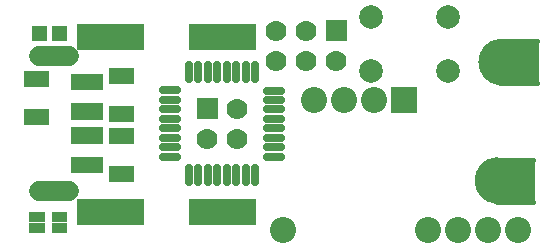
<source format=gts>
G04 Layer: TopSolderMaskLayer*
G04 EasyEDA v6.3.53, 2020-06-17T01:54:55+02:00*
G04 e9d571a3f1504c91a96fab9e56f28b91,9eabfb72a9474bef872f988307f0334b,10*
G04 Gerber Generator version 0.2*
G04 Scale: 100 percent, Rotated: No, Reflected: No *
G04 Dimensions in millimeters *
G04 leading zeros omitted , absolute positions ,3 integer and 3 decimal *
%FSLAX33Y33*%
%MOMM*%
G90*
G71D02*

%ADD12C,0.381000*%
%ADD36C,1.703197*%
%ADD37C,0.653212*%
%ADD41C,2.203196*%
%ADD43C,1.778000*%
%ADD47C,2.003196*%
%ADD49C,1.727200*%

%LPD*%
G54D12*
G01X43787Y69442D02*
G01X40678Y69442D01*
G01X40678Y72998D02*
G01X43787Y72998D01*
G01X40997Y83031D02*
G01X44107Y83031D01*
G01X44107Y79475D02*
G01X40997Y79475D01*
G54D36*
G01X4460Y81746D02*
G01X1960Y81746D01*
G01X4460Y70346D02*
G01X1960Y70346D01*
G54D37*
G01X12455Y73252D02*
G01X13655Y73252D01*
G01X12455Y74053D02*
G01X13655Y74053D01*
G01X12455Y74853D02*
G01X13655Y74853D01*
G01X12455Y75653D02*
G01X13655Y75653D01*
G01X12455Y76450D02*
G01X13655Y76450D01*
G01X12455Y77250D02*
G01X13655Y77250D01*
G01X12455Y78051D02*
G01X13655Y78051D01*
G01X12455Y78851D02*
G01X13655Y78851D01*
G01X14630Y79815D02*
G01X14630Y81015D01*
G01X15430Y79815D02*
G01X15430Y81015D01*
G01X16230Y79815D02*
G01X16230Y81015D01*
G01X17030Y79815D02*
G01X17030Y81015D01*
G01X17828Y79815D02*
G01X17828Y81015D01*
G01X18628Y79815D02*
G01X18628Y81015D01*
G01X19428Y79815D02*
G01X19428Y81015D01*
G01X20228Y79815D02*
G01X20228Y81015D01*
G01X21218Y78840D02*
G01X22418Y78840D01*
G01X21218Y78040D02*
G01X22418Y78040D01*
G01X21218Y77240D02*
G01X22418Y77240D01*
G01X21218Y76440D02*
G01X22418Y76440D01*
G01X21218Y75643D02*
G01X22418Y75643D01*
G01X21218Y74843D02*
G01X22418Y74843D01*
G01X21218Y74042D02*
G01X22418Y74042D01*
G01X21218Y73242D02*
G01X22418Y73242D01*
G01X20218Y71078D02*
G01X20218Y72278D01*
G01X19418Y71078D02*
G01X19418Y72278D01*
G01X18618Y71078D02*
G01X18618Y72278D01*
G01X17818Y71078D02*
G01X17818Y72278D01*
G01X17020Y71078D02*
G01X17020Y72278D01*
G01X16220Y71078D02*
G01X16220Y72278D01*
G01X15420Y71078D02*
G01X15420Y72278D01*
G01X14620Y71078D02*
G01X14620Y72278D01*
G36*
G01X3002Y67713D02*
G01X3002Y68515D01*
G01X4307Y68515D01*
G01X4307Y67713D01*
G01X3002Y67713D01*
G37*
G36*
G01X3002Y66814D02*
G01X3002Y67616D01*
G01X4307Y67616D01*
G01X4307Y66814D01*
G01X3002Y66814D01*
G37*
G36*
G01X1102Y67713D02*
G01X1102Y68515D01*
G01X2407Y68515D01*
G01X2407Y67713D01*
G01X1102Y67713D01*
G37*
G36*
G01X1102Y66814D02*
G01X1102Y67616D01*
G01X2407Y67616D01*
G01X2407Y66814D01*
G01X1102Y66814D01*
G37*
G36*
G01X4658Y71845D02*
G01X4658Y73247D01*
G01X7360Y73247D01*
G01X7360Y71845D01*
G01X4658Y71845D01*
G37*
G36*
G01X4658Y74345D02*
G01X4658Y75747D01*
G01X7360Y75747D01*
G01X7360Y74345D01*
G01X4658Y74345D01*
G37*
G36*
G01X4658Y76344D02*
G01X4658Y77748D01*
G01X7360Y77748D01*
G01X7360Y76344D01*
G01X4658Y76344D01*
G37*
G36*
G01X4658Y78846D02*
G01X4658Y80248D01*
G01X7360Y80248D01*
G01X7360Y78846D01*
G01X4658Y78846D01*
G37*
G54D41*
G01X42509Y67029D03*
G01X39969Y67029D03*
G01X37429Y67029D03*
G01X34889Y67029D03*
G01X22589Y67029D03*
G01X25184Y78078D03*
G01X27724Y78078D03*
G01X30264Y78078D03*
G36*
G01X31701Y76976D02*
G01X31701Y79181D01*
G01X33906Y79181D01*
G01X33906Y76976D01*
G01X31701Y76976D01*
G37*
G54D43*
G01X22009Y81380D03*
G01X22009Y83920D03*
G01X24549Y81380D03*
G01X24549Y83920D03*
G01X27089Y81380D03*
G36*
G01X26200Y83031D02*
G01X26200Y84809D01*
G01X27978Y84809D01*
G01X27978Y83031D01*
G01X26200Y83031D01*
G37*
G36*
G01X7876Y76158D02*
G01X7876Y77560D01*
G01X9979Y77560D01*
G01X9979Y76158D01*
G01X7876Y76158D01*
G37*
G36*
G01X7876Y79359D02*
G01X7876Y80761D01*
G01X9979Y80761D01*
G01X9979Y79359D01*
G01X7876Y79359D01*
G37*
G36*
G01X7876Y74279D02*
G01X7876Y75681D01*
G01X9979Y75681D01*
G01X9979Y74279D01*
G01X7876Y74279D01*
G37*
G36*
G01X7876Y71078D02*
G01X7876Y72480D01*
G01X9979Y72480D01*
G01X9979Y71078D01*
G01X7876Y71078D01*
G37*
G36*
G01X637Y79105D02*
G01X637Y80507D01*
G01X2740Y80507D01*
G01X2740Y79105D01*
G01X637Y79105D01*
G37*
G36*
G01X637Y75904D02*
G01X637Y77306D01*
G01X2740Y77306D01*
G01X2740Y75904D01*
G01X637Y75904D01*
G37*
G36*
G01X1333Y83070D02*
G01X1333Y84263D01*
G01X2628Y84263D01*
G01X2628Y83070D01*
G01X1333Y83070D01*
G37*
G36*
G01X3035Y83070D02*
G01X3035Y84263D01*
G01X4330Y84263D01*
G01X4330Y83070D01*
G01X3035Y83070D01*
G37*
G54D47*
G01X36562Y80528D03*
G01X30062Y80528D03*
G01X36562Y85027D03*
G01X30062Y85027D03*
G36*
G01X14635Y82310D02*
G01X14635Y84515D01*
G01X20340Y84515D01*
G01X20340Y82310D01*
G01X14635Y82310D01*
G37*
G36*
G01X5135Y82310D02*
G01X5135Y84515D01*
G01X10840Y84515D01*
G01X10840Y82310D01*
G01X5135Y82310D01*
G37*
G36*
G01X5135Y67451D02*
G01X5135Y69656D01*
G01X10840Y69656D01*
G01X10840Y67451D01*
G01X5135Y67451D01*
G37*
G36*
G01X14635Y67451D02*
G01X14635Y69656D01*
G01X20340Y69656D01*
G01X20340Y67451D01*
G01X14635Y67451D01*
G37*
G54D49*
G01X40932Y81253D03*
G01X40551Y71220D03*
G36*
G01X15278Y76427D02*
G01X15278Y78205D01*
G01X17056Y78205D01*
G01X17056Y76427D01*
G01X15278Y76427D01*
G37*
G54D43*
G01X18707Y77316D03*
G01X16167Y74776D03*
G01X18707Y74776D03*
G54D12*
G75*
G01X40998Y83032D02*
G03X40998Y79476I127J-1778D01*
G01*
G75*
G01X40678Y72999D02*
G03X40678Y69443I127J-1778D01*
G01*

%LPD*%
G36*
G01X44234Y83031D02*
G01X40424Y83031D01*
G01X39789Y82396D01*
G01X39789Y82269D01*
G01X39535Y82015D01*
G01X39535Y81761D01*
G01X39408Y81634D01*
G01X39408Y80491D01*
G01X40170Y79729D01*
G01X40297Y79729D01*
G01X40424Y79602D01*
G01X40551Y79602D01*
G01X40678Y79475D01*
G01X40932Y79475D01*
G01X41059Y79348D01*
G01X42964Y79348D01*
G01X43091Y79475D01*
G01X44234Y79475D01*
G01X44234Y83031D01*
G37*

%LPD*%
G36*
G01X43914Y72998D02*
G01X40104Y72998D01*
G01X39469Y72363D01*
G01X39469Y72236D01*
G01X39215Y71982D01*
G01X39215Y71728D01*
G01X39088Y71601D01*
G01X39088Y70458D01*
G01X39850Y69696D01*
G01X39977Y69696D01*
G01X40104Y69569D01*
G01X40231Y69569D01*
G01X40358Y69442D01*
G01X40612Y69442D01*
G01X40739Y69315D01*
G01X42644Y69315D01*
G01X42771Y69442D01*
G01X43914Y69442D01*
G01X43914Y72998D01*
G37*
M00*
M02*

</source>
